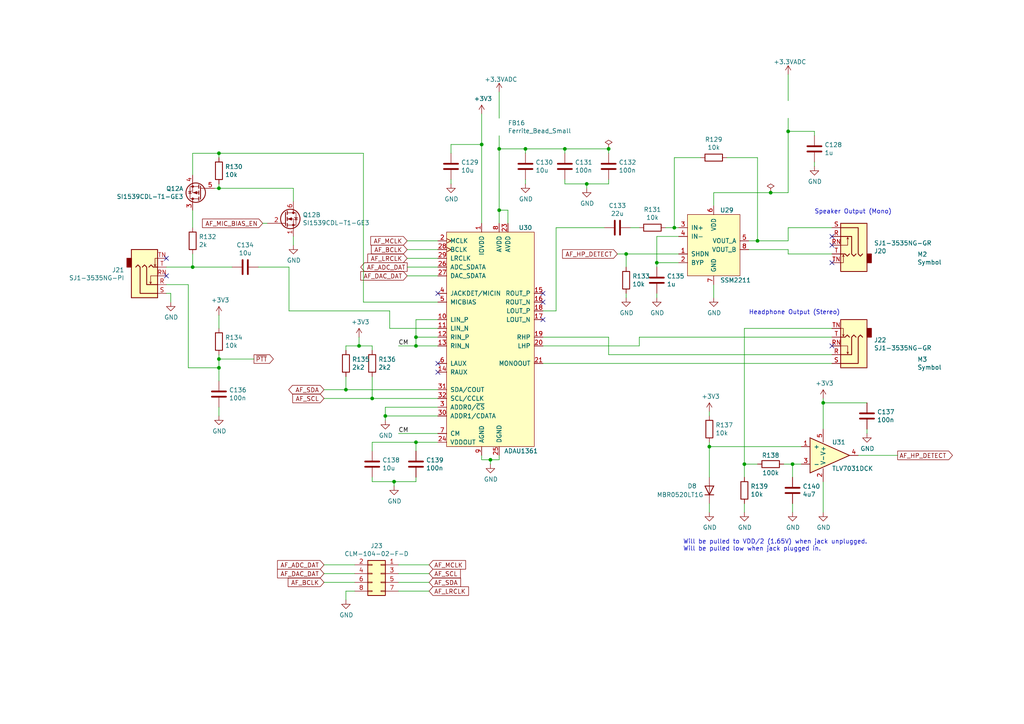
<source format=kicad_sch>
(kicad_sch (version 20210126) (generator eeschema)
  (paper "A4")
  (lib_symbols
    (symbol "Connector:AudioJack3_SwitchTR"
      (property "Reference" "J" (at 0 8.89 0))
      (property "Value" "AudioJack3_SwitchTR" (at 0 6.35 0))
      (symbol "AudioJack3_SwitchTR_0_1"
        (rectangle (start -5.08 -5.08) (end -6.35 -7.62) (stroke (width 0.254)) (fill (type outline)))
        (rectangle (start 2.54 3.81) (end -5.08 -10.16) (stroke (width 0.254)) (fill (type background)))
        (polyline (pts (xy 0.508 -0.254) (xy 0.762 -0.762)))
        (polyline (pts (xy 1.778 -5.334) (xy 2.032 -5.842)))
        (polyline (pts (xy 0 -5.08) (xy 0.635 -5.715) (xy 1.27 -5.08) (xy 2.54 -5.08)) (stroke (width 0.254)))
        (polyline (pts (xy 2.54 -7.62) (xy 1.778 -7.62) (xy 1.778 -5.334) (xy 1.524 -5.842)))
        (polyline (pts (xy 2.54 -2.54) (xy 0.508 -2.54) (xy 0.508 -0.254) (xy 0.254 -0.762)))
        (polyline (pts (xy -1.905 -5.08) (xy -1.27 -5.715) (xy -0.635 -5.08) (xy -0.635 0) (xy 2.54 0)) (stroke (width 0.254)))
        (polyline (pts (xy 2.54 2.54) (xy -2.54 2.54) (xy -2.54 -5.08) (xy -3.175 -5.715) (xy -3.81 -5.08)) (stroke (width 0.254)))
      )
      (symbol "AudioJack3_SwitchTR_1_1"
        (pin passive line (at 5.08 0 180) (length 2.54) (name "~") (number "R"))
        (pin passive line (at 5.08 -2.54 180) (length 2.54) (name "~") (number "RN"))
        (pin passive line (at 5.08 2.54 180) (length 2.54) (name "~") (number "S"))
        (pin passive line (at 5.08 -5.08 180) (length 2.54) (name "~") (number "T"))
        (pin passive line (at 5.08 -7.62 180) (length 2.54) (name "~") (number "TN"))
      )
    )
    (symbol "Connector_Generic:Conn_02x04_Odd_Even" (pin_names (offset 1.016) hide)
      (property "Reference" "J" (at 1.27 5.08 0))
      (property "Value" "Conn_02x04_Odd_Even" (at 1.27 -7.62 0))
      (symbol "Conn_02x04_Odd_Even_1_1"
        (rectangle (start -1.27 -4.953) (end 0 -5.207) (stroke (width 0.1524)))
        (rectangle (start -1.27 -2.413) (end 0 -2.667) (stroke (width 0.1524)))
        (rectangle (start -1.27 0.127) (end 0 -0.127) (stroke (width 0.1524)))
        (rectangle (start -1.27 2.667) (end 0 2.413) (stroke (width 0.1524)))
        (rectangle (start 3.81 -4.953) (end 2.54 -5.207) (stroke (width 0.1524)))
        (rectangle (start 3.81 -2.413) (end 2.54 -2.667) (stroke (width 0.1524)))
        (rectangle (start 3.81 0.127) (end 2.54 -0.127) (stroke (width 0.1524)))
        (rectangle (start 3.81 2.667) (end 2.54 2.413) (stroke (width 0.1524)))
        (rectangle (start -1.27 3.81) (end 3.81 -6.35) (stroke (width 0.254)) (fill (type background)))
        (pin passive line (at -5.08 2.54 0) (length 3.81) (name "Pin_1") (number "1"))
        (pin passive line (at 7.62 2.54 180) (length 3.81) (name "Pin_2") (number "2"))
        (pin passive line (at -5.08 0 0) (length 3.81) (name "Pin_3") (number "3"))
        (pin passive line (at 7.62 0 180) (length 3.81) (name "Pin_4") (number "4"))
        (pin passive line (at -5.08 -2.54 0) (length 3.81) (name "Pin_5") (number "5"))
        (pin passive line (at 7.62 -2.54 180) (length 3.81) (name "Pin_6") (number "6"))
        (pin passive line (at -5.08 -5.08 0) (length 3.81) (name "Pin_7") (number "7"))
        (pin passive line (at 7.62 -5.08 180) (length 3.81) (name "Pin_8") (number "8"))
      )
    )
    (symbol "Device:C" (pin_numbers hide) (pin_names (offset 0.254))
      (property "Reference" "C" (at 0.635 2.54 0))
      (property "Value" "C" (at 0.635 -2.54 0))
      (symbol "C_0_1"
        (polyline (pts (xy -2.032 -0.762) (xy 2.032 -0.762)) (stroke (width 0.508)))
        (polyline (pts (xy -2.032 0.762) (xy 2.032 0.762)) (stroke (width 0.508)))
      )
      (symbol "C_1_1"
        (pin passive line (at 0 3.81 270) (length 2.794) (name "~") (number "1"))
        (pin passive line (at 0 -3.81 90) (length 2.794) (name "~") (number "2"))
      )
    )
    (symbol "Device:D" (pin_numbers hide) (pin_names (offset 1.016) hide)
      (property "Reference" "D" (at 0 2.54 0))
      (property "Value" "D" (at 0 -2.54 0))
      (symbol "D_0_1"
        (polyline (pts (xy -1.27 1.27) (xy -1.27 -1.27)) (stroke (width 0.254)))
        (polyline (pts (xy 1.27 0) (xy -1.27 0)))
        (polyline (pts (xy 1.27 1.27) (xy 1.27 -1.27) (xy -1.27 0) (xy 1.27 1.27)) (stroke (width 0.254)))
      )
      (symbol "D_1_1"
        (pin passive line (at -3.81 0 0) (length 2.54) (name "K") (number "1"))
        (pin passive line (at 3.81 0 180) (length 2.54) (name "A") (number "2"))
      )
    )
    (symbol "Device:R" (pin_numbers hide) (pin_names (offset 0))
      (property "Reference" "R" (at 2.032 0 90))
      (property "Value" "R" (at 0 0 90))
      (symbol "R_0_1"
        (rectangle (start -1.016 -2.54) (end 1.016 2.54) (stroke (width 0.254)))
      )
      (symbol "R_1_1"
        (pin passive line (at 0 3.81 270) (length 1.27) (name "~") (number "1"))
        (pin passive line (at 0 -3.81 90) (length 1.27) (name "~") (number "2"))
      )
    )
    (symbol "FET_WUT:SI1539CDL-T1-GE3" (pin_names (offset 1.016))
      (property "Reference" "Q" (at 2.54 2.54 0))
      (property "Value" "SI1539CDL-T1-GE3" (at 11.43 -2.54 0))
      (symbol "SI1539CDL-T1-GE3_1_1"
        (circle (center -0.889 0) (radius 2.8194) (stroke (width 0.254)))
        (circle (center 0 -1.778) (radius 0.2794) (fill (type outline)))
        (circle (center 0 1.778) (radius 0.2794) (fill (type outline)))
        (polyline (pts (xy -5.08 1.27) (xy -2.286 1.27)))
        (polyline (pts (xy -1.778 -2.286) (xy -1.778 -1.27)) (stroke (width 0.254)))
        (polyline (pts (xy -1.778 -1.778) (xy 0 -1.778)))
        (polyline (pts (xy -1.778 -0.508) (xy -1.778 0.508)) (stroke (width 0.254)))
        (polyline (pts (xy -1.778 0) (xy 0 0)))
        (polyline (pts (xy -1.778 1.27) (xy -1.778 2.286)) (stroke (width 0.254)))
        (polyline (pts (xy -1.778 1.778) (xy 0 1.778)))
        (polyline (pts (xy 0 -2.54) (xy 0 -1.778)))
        (polyline (pts (xy 0 1.778) (xy 0 0)))
        (polyline (pts (xy 0 1.778) (xy 0 2.54)))
        (polyline (pts (xy -2.286 -1.905) (xy -2.286 1.905) (xy -2.286 1.905)) (stroke (width 0.254)))
        (polyline (pts (xy 0 1.778) (xy 0.762 1.778) (xy 0.762 -1.778) (xy 0 -1.778)))
        (polyline (pts (xy 0.254 0.508) (xy 0.381 0.381) (xy 1.143 0.381) (xy 1.27 0.254)))
        (polyline (pts (xy 0.762 0.381) (xy 0.381 -0.254) (xy 1.143 -0.254) (xy 0.762 0.381)))
        (polyline (pts (xy -0.254 0) (xy -1.27 0.381) (xy -1.27 -0.381) (xy -0.254 0)) (fill (type outline)))
        (pin passive line (at 0 -5.08 90) (length 2.54) (name "~") (number "3"))
        (pin passive line (at 0 5.08 270) (length 2.54) (name "~") (number "4"))
        (pin input line (at -6.35 1.27 0) (length 2.54) (name "~") (number "5"))
      )
      (symbol "SI1539CDL-T1-GE3_2_1"
        (circle (center -0.889 0) (radius 2.8194) (stroke (width 0.254)))
        (circle (center 0 -1.778) (radius 0.2794) (fill (type outline)))
        (circle (center 0 1.778) (radius 0.2794) (fill (type outline)))
        (polyline (pts (xy -1.778 -1.778) (xy 0 -1.778)))
        (polyline (pts (xy -1.778 -1.27) (xy -1.778 -2.286)) (stroke (width 0.254)))
        (polyline (pts (xy -1.778 0) (xy 0 0)))
        (polyline (pts (xy -1.778 0.508) (xy -1.778 -0.508)) (stroke (width 0.254)))
        (polyline (pts (xy -1.778 1.778) (xy 0 1.778)))
        (polyline (pts (xy -1.778 2.286) (xy -1.778 1.27)) (stroke (width 0.254)))
        (polyline (pts (xy 0 -1.778) (xy 0 -2.54)))
        (polyline (pts (xy 0 -1.778) (xy 0 0)))
        (polyline (pts (xy 0 2.54) (xy 0 1.778)))
        (polyline (pts (xy -2.286 1.905) (xy -2.286 -1.905) (xy -2.286 -1.905)) (stroke (width 0.254)))
        (polyline (pts (xy 0 -1.778) (xy 0.762 -1.778) (xy 0.762 1.778) (xy 0 1.778)))
        (polyline (pts (xy 0.254 0.508) (xy 0.381 0.381) (xy 1.143 0.381) (xy 1.27 0.254)))
        (polyline (pts (xy 0.762 0.381) (xy 0.381 -0.254) (xy 1.143 -0.254) (xy 0.762 0.381)))
        (polyline (pts (xy -1.524 0) (xy -0.508 0.381) (xy -0.508 -0.381) (xy -1.524 0)) (fill (type outline)))
        (pin passive line (at 0 -5.08 90) (length 2.54) (name "~") (number "1"))
        (pin input line (at -7.62 -1.27 0) (length 5.334) (name "~") (number "2"))
        (pin passive line (at 0 5.08 270) (length 2.54) (name "~") (number "6"))
      )
    )
    (symbol "IC_WUT:ADAU1361" (pin_names (offset 1.016))
      (property "Reference" "U" (at 7.62 29.21 0))
      (property "Value" "ADAU1361" (at 10.16 -35.56 0))
      (symbol "ADAU1361_0_1"
        (rectangle (start -12.7 27.94) (end 12.7 -34.29) (fill (type background)))
      )
      (symbol "ADAU1361_1_1"
        (pin power_in line (at -2.54 30.48 270) (length 2.54) (name "IOVDD") (number "1"))
        (pin input line (at -15.24 2.54 0) (length 2.54) (name "LIN_P") (number "10"))
        (pin input line (at -15.24 0 0) (length 2.54) (name "LIN_N") (number "11"))
        (pin input line (at -15.24 -2.54 0) (length 2.54) (name "RIN_P") (number "12"))
        (pin input line (at -15.24 -5.08 0) (length 2.54) (name "RIN_N") (number "13"))
        (pin input line (at -15.24 -12.7 0) (length 2.54) (name "RAUX") (number "14"))
        (pin output line (at 15.24 10.16 180) (length 2.54) (name "ROUT_P") (number "15"))
        (pin output line (at 15.24 7.62 180) (length 2.54) (name "ROUT_N") (number "16"))
        (pin output line (at 15.24 2.54 180) (length 2.54) (name "LOUT_N") (number "17"))
        (pin output line (at 15.24 5.08 180) (length 2.54) (name "LOUT_P") (number "18"))
        (pin output line (at 15.24 -2.54 180) (length 2.54) (name "RHP") (number "19"))
        (pin input clock (at -15.24 25.4 0) (length 2.54) (name "MCLK") (number "2"))
        (pin output line (at 15.24 -5.08 180) (length 2.54) (name "LHP") (number "20"))
        (pin output line (at 15.24 -10.16 180) (length 2.54) (name "MONOOUT") (number "21"))
        (pin power_in line (at -2.54 -36.83 90) (length 2.54) hide (name "AGND") (number "22"))
        (pin power_in line (at 5.08 30.48 270) (length 2.54) (name "AVDD") (number "23"))
        (pin passive line (at -15.24 -33.02 0) (length 2.54) (name "VDDOUT") (number "24"))
        (pin power_in line (at 2.54 -36.83 90) (length 2.54) (name "DGND") (number "25"))
        (pin bidirectional line (at -15.24 17.78 0) (length 2.54) (name "ADC_SDATA") (number "26"))
        (pin bidirectional line (at -15.24 15.24 0) (length 2.54) (name "DAC_SDATA") (number "27"))
        (pin input clock (at -15.24 22.86 0) (length 2.54) (name "BCLK") (number "28"))
        (pin input line (at -15.24 20.32 0) (length 2.54) (name "LRCLK") (number "29"))
        (pin input line (at -15.24 -22.86 0) (length 2.54) (name "ADDR0/~CS") (number "3"))
        (pin input line (at -15.24 -25.4 0) (length 2.54) (name "ADDR1/CDATA") (number "30"))
        (pin bidirectional line (at -15.24 -17.78 0) (length 2.54) (name "SDA/COUT") (number "31"))
        (pin input line (at -15.24 -20.32 0) (length 2.54) (name "SCL/CCLK") (number "32"))
        (pin power_in line (at -2.54 -36.83 90) (length 2.54) hide (name "AGND") (number "33"))
        (pin input line (at -15.24 10.16 0) (length 2.54) (name "JACKDET/MICIN") (number "4"))
        (pin output line (at -15.24 7.62 0) (length 2.54) (name "MICBIAS") (number "5"))
        (pin input line (at -15.24 -10.16 0) (length 2.54) (name "LAUX") (number "6"))
        (pin output line (at -15.24 -30.48 0) (length 2.54) (name "CM") (number "7"))
        (pin power_in line (at 2.54 30.48 270) (length 2.54) (name "AVDD") (number "8"))
        (pin power_in line (at -2.54 -36.83 90) (length 2.54) (name "AGND") (number "9"))
      )
    )
    (symbol "IC_WUT:SSM2211" (pin_names (offset 1.016))
      (property "Reference" "U" (at 3.81 10.16 0))
      (property "Value" "SSM2211" (at 5.08 -10.16 0))
      (symbol "SSM2211_0_1"
        (rectangle (start -7.62 8.89) (end 7.62 -8.89) (fill (type background)))
      )
      (symbol "SSM2211_1_1"
        (pin input line (at -10.16 -2.54 0) (length 2.54) (name "SHDN") (number "1"))
        (pin passive line (at -10.16 -5.08 0) (length 2.54) (name "BYP") (number "2"))
        (pin input line (at -10.16 5.08 0) (length 2.54) (name "IN+") (number "3"))
        (pin input line (at -10.16 2.54 0) (length 2.54) (name "IN-") (number "4"))
        (pin output line (at 10.16 1.27 180) (length 2.54) (name "VOUT_A") (number "5"))
        (pin power_in line (at 0 11.43 270) (length 2.54) (name "VDD") (number "6"))
        (pin power_in line (at 0 -11.43 90) (length 2.54) (name "GND") (number "7"))
        (pin output line (at 10.16 -1.27 180) (length 2.54) (name "VOUT_B") (number "8"))
        (pin power_in line (at 0 -11.43 90) (length 2.54) hide (name "GND") (number "9"))
      )
    )
    (symbol "IC_WUT:TLV7031DCK" (pin_names (offset 1.016))
      (property "Reference" "U" (at 5.08 3.81 0))
      (property "Value" "TLV7031DCK" (at 8.89 -3.81 0))
      (symbol "TLV7031DCK_1_1"
        (polyline (pts (xy -3.81 5.08) (xy 7.62 0) (xy -3.81 -5.08) (xy -3.81 1.27) (xy -3.81 5.08)) (stroke (width 0.254)) (fill (type background)))
        (pin input line (at -6.35 2.54 0) (length 2.54) (name "+") (number "1"))
        (pin input line (at 0 -7.62 90) (length 3.81) (name "V-") (number "2"))
        (pin input line (at -6.35 -2.54 0) (length 2.54) (name "-") (number "3"))
        (pin output line (at 10.16 0 180) (length 2.54) (name "~") (number "4"))
        (pin input line (at 0 7.62 270) (length 3.81) (name "V+") (number "5"))
      )
    )
    (symbol "Misc_WUT:Symbol" (pin_names (offset 1.016))
      (property "Reference" "M" (at 0 2.54 0))
      (property "Value" "Symbol" (at 0 0 0))
    )
    (symbol "power:+3.3V" (power) (pin_names (offset 0))
      (property "Value" "+3.3V" (at 0 3.556 0))
      (symbol "+3.3V_0_1"
        (polyline (pts (xy -0.762 1.27) (xy 0 2.54)))
        (polyline (pts (xy 0 0) (xy 0 2.54)))
        (polyline (pts (xy 0 2.54) (xy 0.762 1.27)))
      )
      (symbol "+3.3V_1_1"
        (pin power_in line (at 0 0 90) (length 0) hide (name "+3V3") (number "1"))
      )
    )
    (symbol "power:+3.3VADC" (power) (pin_names (offset 0))
      (property "Value" "+3.3VADC" (at 0 2.54 0))
      (symbol "+3.3VADC_0_0"
        (pin power_in line (at 0 0 90) (length 0) hide (name "+3.3VADC") (number "1"))
      )
      (symbol "+3.3VADC_0_1"
        (polyline (pts (xy -0.762 1.27) (xy 0 2.54)))
        (polyline (pts (xy 0 0) (xy 0 2.54)))
        (polyline (pts (xy 0 2.54) (xy 0.762 1.27)))
      )
    )
    (symbol "power:GND" (power) (pin_names (offset 0))
      (property "Value" "GND" (at 0 -3.81 0))
      (symbol "GND_0_1"
        (polyline (pts (xy 0 0) (xy 0 -1.27) (xy 1.27 -1.27) (xy 0 -2.54) (xy -1.27 -1.27) (xy 0 -1.27)))
      )
      (symbol "GND_1_1"
        (pin power_in line (at 0 0 270) (length 0) hide (name "GND") (number "1"))
      )
    )
    (symbol "power:PWR_FLAG" (power) (pin_numbers hide) (pin_names (offset 0) hide)
      (property "Value" "PWR_FLAG" (at 0 3.81 0))
      (symbol "PWR_FLAG_0_0"
        (pin power_out line (at 0 0 90) (length 0) (name "pwr") (number "1"))
      )
      (symbol "PWR_FLAG_0_1"
        (polyline (pts (xy 0 0) (xy 0 1.27) (xy -1.016 1.905) (xy 0 2.54) (xy 1.016 1.905) (xy 0 1.27)))
      )
    )
  )
  (junction (at 55.88 77.47) (diameter 0.9144))
  (junction (at 63.5 44.45) (diameter 0.9144))
  (junction (at 63.5 54.61) (diameter 0.9144))
  (junction (at 63.5 104.14) (diameter 0.9144))
  (junction (at 63.5 106.68) (diameter 0.9144))
  (junction (at 100.33 113.03) (diameter 0.9144))
  (junction (at 104.14 100.33) (diameter 0.9144))
  (junction (at 107.95 115.57) (diameter 0.9144))
  (junction (at 111.76 120.65) (diameter 0.9144))
  (junction (at 114.3 139.7) (diameter 0.9144))
  (junction (at 120.65 97.79) (diameter 0.9144))
  (junction (at 120.65 100.33) (diameter 0.9144))
  (junction (at 120.65 128.27) (diameter 0.9144))
  (junction (at 139.7 41.91) (diameter 0.9144))
  (junction (at 142.24 133.35) (diameter 0.9144))
  (junction (at 144.78 43.18) (diameter 0.9144))
  (junction (at 144.78 60.96) (diameter 0.9144))
  (junction (at 152.4 43.18) (diameter 0.9144))
  (junction (at 163.83 43.18) (diameter 0.9144))
  (junction (at 170.18 53.34) (diameter 0.9144))
  (junction (at 176.53 43.18) (diameter 0.9144))
  (junction (at 181.61 73.66) (diameter 0.9144))
  (junction (at 190.5 76.2) (diameter 0.9144))
  (junction (at 195.58 66.04) (diameter 0.9144))
  (junction (at 205.74 129.54) (diameter 0.9144))
  (junction (at 215.9 134.62) (diameter 0.9144))
  (junction (at 219.71 69.85) (diameter 0.9144))
  (junction (at 223.52 55.88) (diameter 0.9144))
  (junction (at 228.6 38.1) (diameter 0.9144))
  (junction (at 229.87 134.62) (diameter 0.9144))
  (junction (at 238.76 116.84) (diameter 0.9144))
  (no_connect (at 48.26 74.93))
  (no_connect (at 48.26 80.01))
  (no_connect (at 127 85.09))
  (no_connect (at 127 105.41))
  (no_connect (at 127 107.95))
  (no_connect (at 157.48 85.09))
  (no_connect (at 157.48 87.63))
  (no_connect (at 157.48 92.71))
  (no_connect (at 241.3 68.58))
  (no_connect (at 241.3 71.12))
  (no_connect (at 241.3 76.2))
  (no_connect (at 241.3 100.33))
  (wire (pts (xy 48.26 77.47) (xy 55.88 77.47)))
  (wire (pts (xy 48.26 82.55) (xy 54.61 82.55)))
  (wire (pts (xy 48.26 85.09) (xy 49.53 85.09)))
  (wire (pts (xy 49.53 85.09) (xy 49.53 87.63)))
  (wire (pts (xy 54.61 82.55) (xy 54.61 106.68)))
  (wire (pts (xy 54.61 106.68) (xy 63.5 106.68)))
  (wire (pts (xy 55.88 44.45) (xy 55.88 50.8)))
  (wire (pts (xy 55.88 60.96) (xy 55.88 66.04)))
  (wire (pts (xy 55.88 73.66) (xy 55.88 77.47)))
  (wire (pts (xy 55.88 77.47) (xy 67.31 77.47)))
  (wire (pts (xy 62.23 54.61) (xy 63.5 54.61)))
  (wire (pts (xy 63.5 44.45) (xy 55.88 44.45)))
  (wire (pts (xy 63.5 44.45) (xy 105.41 44.45)))
  (wire (pts (xy 63.5 45.72) (xy 63.5 44.45)))
  (wire (pts (xy 63.5 53.34) (xy 63.5 54.61)))
  (wire (pts (xy 63.5 54.61) (xy 85.09 54.61)))
  (wire (pts (xy 63.5 91.44) (xy 63.5 95.25)))
  (wire (pts (xy 63.5 104.14) (xy 63.5 102.87)))
  (wire (pts (xy 63.5 104.14) (xy 73.66 104.14)))
  (wire (pts (xy 63.5 106.68) (xy 63.5 104.14)))
  (wire (pts (xy 63.5 110.49) (xy 63.5 106.68)))
  (wire (pts (xy 63.5 120.65) (xy 63.5 118.11)))
  (wire (pts (xy 74.93 77.47) (xy 83.82 77.47)))
  (wire (pts (xy 76.2 64.77) (xy 77.47 64.77)))
  (wire (pts (xy 83.82 90.17) (xy 83.82 77.47)))
  (wire (pts (xy 85.09 54.61) (xy 85.09 58.42)))
  (wire (pts (xy 85.09 71.12) (xy 85.09 68.58)))
  (wire (pts (xy 100.33 100.33) (xy 100.33 101.6)))
  (wire (pts (xy 100.33 100.33) (xy 104.14 100.33)))
  (wire (pts (xy 100.33 109.22) (xy 100.33 113.03)))
  (wire (pts (xy 100.33 113.03) (xy 93.98 113.03)))
  (wire (pts (xy 100.33 113.03) (xy 127 113.03)))
  (wire (pts (xy 100.33 171.45) (xy 100.33 173.99)))
  (wire (pts (xy 102.87 163.83) (xy 93.98 163.83)))
  (wire (pts (xy 102.87 166.37) (xy 93.98 166.37)))
  (wire (pts (xy 102.87 168.91) (xy 93.98 168.91)))
  (wire (pts (xy 102.87 171.45) (xy 100.33 171.45)))
  (wire (pts (xy 104.14 97.79) (xy 104.14 100.33)))
  (wire (pts (xy 104.14 100.33) (xy 107.95 100.33)))
  (wire (pts (xy 105.41 87.63) (xy 105.41 44.45)))
  (wire (pts (xy 105.41 87.63) (xy 127 87.63)))
  (wire (pts (xy 107.95 100.33) (xy 107.95 101.6)))
  (wire (pts (xy 107.95 109.22) (xy 107.95 115.57)))
  (wire (pts (xy 107.95 115.57) (xy 93.98 115.57)))
  (wire (pts (xy 107.95 115.57) (xy 127 115.57)))
  (wire (pts (xy 107.95 128.27) (xy 107.95 130.81)))
  (wire (pts (xy 107.95 138.43) (xy 107.95 139.7)))
  (wire (pts (xy 107.95 139.7) (xy 114.3 139.7)))
  (wire (pts (xy 111.76 118.11) (xy 111.76 120.65)))
  (wire (pts (xy 111.76 120.65) (xy 111.76 121.92)))
  (wire (pts (xy 113.03 90.17) (xy 83.82 90.17)))
  (wire (pts (xy 113.03 95.25) (xy 113.03 90.17)))
  (wire (pts (xy 114.3 139.7) (xy 120.65 139.7)))
  (wire (pts (xy 114.3 140.97) (xy 114.3 139.7)))
  (wire (pts (xy 115.57 125.73) (xy 127 125.73)))
  (wire (pts (xy 115.57 163.83) (xy 124.46 163.83)))
  (wire (pts (xy 115.57 166.37) (xy 124.46 166.37)))
  (wire (pts (xy 115.57 168.91) (xy 124.46 168.91)))
  (wire (pts (xy 115.57 171.45) (xy 124.46 171.45)))
  (wire (pts (xy 118.11 69.85) (xy 127 69.85)))
  (wire (pts (xy 118.11 72.39) (xy 127 72.39)))
  (wire (pts (xy 118.11 74.93) (xy 127 74.93)))
  (wire (pts (xy 118.11 77.47) (xy 127 77.47)))
  (wire (pts (xy 118.11 80.01) (xy 127 80.01)))
  (wire (pts (xy 120.65 92.71) (xy 120.65 97.79)))
  (wire (pts (xy 120.65 97.79) (xy 120.65 100.33)))
  (wire (pts (xy 120.65 100.33) (xy 115.57 100.33)))
  (wire (pts (xy 120.65 100.33) (xy 127 100.33)))
  (wire (pts (xy 120.65 128.27) (xy 107.95 128.27)))
  (wire (pts (xy 120.65 130.81) (xy 120.65 128.27)))
  (wire (pts (xy 120.65 139.7) (xy 120.65 138.43)))
  (wire (pts (xy 127 92.71) (xy 120.65 92.71)))
  (wire (pts (xy 127 95.25) (xy 113.03 95.25)))
  (wire (pts (xy 127 97.79) (xy 120.65 97.79)))
  (wire (pts (xy 127 118.11) (xy 111.76 118.11)))
  (wire (pts (xy 127 120.65) (xy 111.76 120.65)))
  (wire (pts (xy 127 128.27) (xy 120.65 128.27)))
  (wire (pts (xy 130.81 41.91) (xy 130.81 44.45)))
  (wire (pts (xy 130.81 41.91) (xy 139.7 41.91)))
  (wire (pts (xy 130.81 53.34) (xy 130.81 52.07)))
  (wire (pts (xy 139.7 33.02) (xy 139.7 41.91)))
  (wire (pts (xy 139.7 64.77) (xy 139.7 41.91)))
  (wire (pts (xy 139.7 132.08) (xy 139.7 133.35)))
  (wire (pts (xy 139.7 133.35) (xy 142.24 133.35)))
  (wire (pts (xy 142.24 133.35) (xy 144.78 133.35)))
  (wire (pts (xy 142.24 134.62) (xy 142.24 133.35)))
  (wire (pts (xy 144.78 26.67) (xy 144.78 34.29)))
  (wire (pts (xy 144.78 39.37) (xy 144.78 43.18)))
  (wire (pts (xy 144.78 43.18) (xy 144.78 60.96)))
  (wire (pts (xy 144.78 43.18) (xy 152.4 43.18)))
  (wire (pts (xy 144.78 60.96) (xy 144.78 64.77)))
  (wire (pts (xy 144.78 133.35) (xy 144.78 132.08)))
  (wire (pts (xy 147.32 60.96) (xy 144.78 60.96)))
  (wire (pts (xy 147.32 64.77) (xy 147.32 60.96)))
  (wire (pts (xy 152.4 43.18) (xy 152.4 44.45)))
  (wire (pts (xy 152.4 43.18) (xy 163.83 43.18)))
  (wire (pts (xy 152.4 52.07) (xy 152.4 53.34)))
  (wire (pts (xy 157.48 90.17) (xy 161.29 90.17)))
  (wire (pts (xy 157.48 97.79) (xy 176.53 97.79)))
  (wire (pts (xy 157.48 100.33) (xy 185.42 100.33)))
  (wire (pts (xy 157.48 105.41) (xy 241.3 105.41)))
  (wire (pts (xy 161.29 66.04) (xy 161.29 90.17)))
  (wire (pts (xy 161.29 66.04) (xy 175.26 66.04)))
  (wire (pts (xy 163.83 43.18) (xy 176.53 43.18)))
  (wire (pts (xy 163.83 44.45) (xy 163.83 43.18)))
  (wire (pts (xy 163.83 52.07) (xy 163.83 53.34)))
  (wire (pts (xy 163.83 53.34) (xy 170.18 53.34)))
  (wire (pts (xy 170.18 53.34) (xy 176.53 53.34)))
  (wire (pts (xy 170.18 54.61) (xy 170.18 53.34)))
  (wire (pts (xy 176.53 43.18) (xy 176.53 44.45)))
  (wire (pts (xy 176.53 53.34) (xy 176.53 52.07)))
  (wire (pts (xy 176.53 97.79) (xy 176.53 102.87)))
  (wire (pts (xy 176.53 102.87) (xy 241.3 102.87)))
  (wire (pts (xy 179.07 73.66) (xy 181.61 73.66)))
  (wire (pts (xy 181.61 73.66) (xy 181.61 77.47)))
  (wire (pts (xy 181.61 73.66) (xy 196.85 73.66)))
  (wire (pts (xy 181.61 86.36) (xy 181.61 85.09)))
  (wire (pts (xy 182.88 66.04) (xy 185.42 66.04)))
  (wire (pts (xy 185.42 97.79) (xy 185.42 100.33)))
  (wire (pts (xy 185.42 97.79) (xy 241.3 97.79)))
  (wire (pts (xy 190.5 68.58) (xy 190.5 76.2)))
  (wire (pts (xy 190.5 68.58) (xy 196.85 68.58)))
  (wire (pts (xy 190.5 76.2) (xy 190.5 77.47)))
  (wire (pts (xy 190.5 76.2) (xy 196.85 76.2)))
  (wire (pts (xy 190.5 86.36) (xy 190.5 85.09)))
  (wire (pts (xy 193.04 66.04) (xy 195.58 66.04)))
  (wire (pts (xy 195.58 45.72) (xy 195.58 66.04)))
  (wire (pts (xy 195.58 66.04) (xy 196.85 66.04)))
  (wire (pts (xy 203.2 45.72) (xy 195.58 45.72)))
  (wire (pts (xy 205.74 119.38) (xy 205.74 120.65)))
  (wire (pts (xy 205.74 129.54) (xy 205.74 128.27)))
  (wire (pts (xy 205.74 129.54) (xy 205.74 138.43)))
  (wire (pts (xy 205.74 148.59) (xy 205.74 146.05)))
  (wire (pts (xy 207.01 55.88) (xy 223.52 55.88)))
  (wire (pts (xy 207.01 59.69) (xy 207.01 55.88)))
  (wire (pts (xy 207.01 86.36) (xy 207.01 82.55)))
  (wire (pts (xy 210.82 45.72) (xy 219.71 45.72)))
  (wire (pts (xy 215.9 95.25) (xy 241.3 95.25)))
  (wire (pts (xy 215.9 134.62) (xy 215.9 95.25)))
  (wire (pts (xy 215.9 134.62) (xy 215.9 138.43)))
  (wire (pts (xy 215.9 148.59) (xy 215.9 146.05)))
  (wire (pts (xy 217.17 72.39) (xy 228.6 72.39)))
  (wire (pts (xy 219.71 45.72) (xy 219.71 69.85)))
  (wire (pts (xy 219.71 69.85) (xy 217.17 69.85)))
  (wire (pts (xy 219.71 134.62) (xy 215.9 134.62)))
  (wire (pts (xy 223.52 55.88) (xy 228.6 55.88)))
  (wire (pts (xy 227.33 134.62) (xy 229.87 134.62)))
  (wire (pts (xy 228.6 21.59) (xy 228.6 29.21)))
  (wire (pts (xy 228.6 34.29) (xy 228.6 38.1)))
  (wire (pts (xy 228.6 38.1) (xy 236.22 38.1)))
  (wire (pts (xy 228.6 55.88) (xy 228.6 38.1)))
  (wire (pts (xy 228.6 66.04) (xy 228.6 69.85)))
  (wire (pts (xy 228.6 69.85) (xy 219.71 69.85)))
  (wire (pts (xy 228.6 72.39) (xy 228.6 73.66)))
  (wire (pts (xy 228.6 73.66) (xy 241.3 73.66)))
  (wire (pts (xy 229.87 134.62) (xy 232.41 134.62)))
  (wire (pts (xy 229.87 138.43) (xy 229.87 134.62)))
  (wire (pts (xy 229.87 148.59) (xy 229.87 146.05)))
  (wire (pts (xy 232.41 129.54) (xy 205.74 129.54)))
  (wire (pts (xy 236.22 38.1) (xy 236.22 39.37)))
  (wire (pts (xy 236.22 46.99) (xy 236.22 48.26)))
  (wire (pts (xy 238.76 115.57) (xy 238.76 116.84)))
  (wire (pts (xy 238.76 116.84) (xy 238.76 124.46)))
  (wire (pts (xy 238.76 148.59) (xy 238.76 139.7)))
  (wire (pts (xy 241.3 66.04) (xy 228.6 66.04)))
  (wire (pts (xy 251.46 116.84) (xy 238.76 116.84)))
  (wire (pts (xy 251.46 125.73) (xy 251.46 124.46)))
  (wire (pts (xy 260.35 132.08) (xy 248.92 132.08)))
  (text "Will be pulled to VDD/2 (1.65V) when jack unplugged.\nWill be pulled low when jack plugged in.\n" (at 198.12 160.02 0) (effects (font (size 1.27 1.27)) (justify left bottom)))
  (text "Headphone Output (Stereo)" (at 217.17 91.44 0) (effects (font (size 1.27 1.27)) (justify left bottom)))
  (text "Speaker Output (Mono)" (at 236.22 62.23 0) (effects (font (size 1.27 1.27)) (justify left bottom)))
  (label "CM" (at 115.57 100.33 0))
  (label "CM" (at 115.57 125.73 0))
  (global_label "~PTT" (shape output) (at 73.66 104.14 0) (property "Intersheet References" "${INTERSHEET_REFS}" (effects hide)))
  (global_label "AF_MIC_BIAS_EN" (shape input) (at 76.2 64.77 180) (property "Intersheet References" "${INTERSHEET_REFS}" (effects hide)))
  (global_label "AF_SDA" (shape bidirectional) (at 93.98 113.03 180) (property "Intersheet References" "${INTERSHEET_REFS}" (effects hide)))
  (global_label "AF_SCL" (shape input) (at 93.98 115.57 180) (property "Intersheet References" "${INTERSHEET_REFS}" (effects hide)))
  (global_label "AF_ADC_DAT" (shape input) (at 93.98 163.83 180) (property "Intersheet References" "${INTERSHEET_REFS}" (effects hide)))
  (global_label "AF_DAC_DAT" (shape input) (at 93.98 166.37 180) (property "Intersheet References" "${INTERSHEET_REFS}" (effects hide)))
  (global_label "AF_BCLK" (shape input) (at 93.98 168.91 180) (property "Intersheet References" "${INTERSHEET_REFS}" (effects hide)))
  (global_label "AF_MCLK" (shape input) (at 118.11 69.85 180) (property "Intersheet References" "${INTERSHEET_REFS}" (effects hide)))
  (global_label "AF_BCLK" (shape input) (at 118.11 72.39 180) (property "Intersheet References" "${INTERSHEET_REFS}" (effects hide)))
  (global_label "AF_LRCLK" (shape input) (at 118.11 74.93 180) (property "Intersheet References" "${INTERSHEET_REFS}" (effects hide)))
  (global_label "AF_ADC_DAT" (shape output) (at 118.11 77.47 180) (property "Intersheet References" "${INTERSHEET_REFS}" (effects hide)))
  (global_label "AF_DAC_DAT" (shape input) (at 118.11 80.01 180) (property "Intersheet References" "${INTERSHEET_REFS}" (effects hide)))
  (global_label "AF_MCLK" (shape input) (at 124.46 163.83 0) (property "Intersheet References" "${INTERSHEET_REFS}" (effects hide)))
  (global_label "AF_SCL" (shape input) (at 124.46 166.37 0) (property "Intersheet References" "${INTERSHEET_REFS}" (effects hide)))
  (global_label "AF_SDA" (shape input) (at 124.46 168.91 0) (property "Intersheet References" "${INTERSHEET_REFS}" (effects hide)))
  (global_label "AF_LRCLK" (shape input) (at 124.46 171.45 0) (property "Intersheet References" "${INTERSHEET_REFS}" (effects hide)))
  (global_label "AF_HP_DETECT" (shape input) (at 179.07 73.66 180) (property "Intersheet References" "${INTERSHEET_REFS}" (effects hide)))
  (global_label "AF_HP_DETECT" (shape output) (at 260.35 132.08 0) (property "Intersheet References" "${INTERSHEET_REFS}" (effects hide)))
  (symbol (lib_id "Misc_WUT:Symbol") (at 265.43 74.93 0) (unit 1)
    (property "Reference" "M2" (at 266.065 73.7616 0) (effects (justify left)))
    (property "Value" "Symbol" (at 266.065 76.073 0) (effects (justify left)))
    (property "Footprint" "Misc_WUT:Icon_Speaker_6.5x6.5mm" (effects hide))
  )
  (symbol (lib_id "Misc_WUT:Symbol") (at 265.43 105.41 0) (unit 1)
    (property "Reference" "M3" (at 266.065 104.2416 0) (effects (justify left)))
    (property "Value" "Symbol" (at 266.065 106.553 0) (effects (justify left)))
    (property "Footprint" "Misc_WUT:Icon_Headphone_6.5x6.5mm" (effects hide))
  )
  (symbol (lib_id "power:+3.3V") (at 63.5 91.44 0) (unit 1)
    (property "Reference" "#PWR0248" (effects hide))
    (property "Value" "+3.3V" (at 63.881 87.0458 0))
  )
  (symbol (lib_id "power:+3.3V") (at 104.14 97.79 0) (unit 1)
    (property "Reference" "#PWR0249" (effects hide))
    (property "Value" "+3.3V" (at 104.521 93.3958 0))
  )
  (symbol (lib_id "power:+3.3V") (at 139.7 33.02 0) (unit 1)
    (property "Reference" "#PWR0238" (effects hide))
    (property "Value" "+3.3V" (at 140.081 28.6258 0))
  )
  (symbol (lib_id "power:+3.3VADC") (at 144.78 26.67 0) (unit 1)
    (property "Reference" "#PWR0237" (effects hide))
    (property "Value" "+3.3VADC" (at 145.288 23.0378 0))
  )
  (symbol (lib_id "power:+3.3V") (at 205.74 119.38 0) (unit 1)
    (property "Reference" "#PWR0251" (effects hide))
    (property "Value" "+3.3V" (at 206.121 114.9858 0))
  )
  (symbol (lib_id "power:+3.3VADC") (at 228.6 21.59 0) (unit 1)
    (property "Reference" "#PWR0236" (effects hide))
    (property "Value" "+3.3VADC" (at 229.108 17.9578 0))
  )
  (symbol (lib_id "power:+3.3V") (at 238.76 115.57 0) (unit 1)
    (property "Reference" "#PWR0250" (effects hide))
    (property "Value" "+3.3V" (at 239.141 111.1758 0))
  )
  (symbol (lib_id "power:PWR_FLAG") (at 176.53 43.18 0) (unit 1)
    (property "Reference" "#FLG032" (effects hide))
    (property "Value" "PWR_FLAG" (effects hide))
  )
  (symbol (lib_id "power:PWR_FLAG") (at 223.52 55.88 0) (unit 1)
    (property "Reference" "#FLG033" (effects hide))
    (property "Value" "PWR_FLAG" (effects hide))
  )
  (symbol (lib_id "power:GND") (at 49.53 87.63 0) (unit 1)
    (property "Reference" "#PWR0247" (effects hide))
    (property "Value" "GND" (at 49.657 92.0242 0))
  )
  (symbol (lib_id "power:GND") (at 63.5 120.65 0) (unit 1)
    (property "Reference" "#PWR0252" (effects hide))
    (property "Value" "GND" (at 63.627 125.0442 0))
  )
  (symbol (lib_id "power:GND") (at 85.09 71.12 0) (unit 1)
    (property "Reference" "#PWR0243" (effects hide))
    (property "Value" "GND" (at 85.217 75.5142 0))
  )
  (symbol (lib_id "power:GND") (at 100.33 173.99 0) (unit 1)
    (property "Reference" "#PWR0261" (effects hide))
    (property "Value" "GND" (at 100.457 178.3842 0))
  )
  (symbol (lib_id "power:GND") (at 111.76 121.92 0) (unit 1)
    (property "Reference" "#PWR0253" (effects hide))
    (property "Value" "GND" (at 111.887 126.3142 0))
  )
  (symbol (lib_id "power:GND") (at 114.3 140.97 0) (unit 1)
    (property "Reference" "#PWR0256" (effects hide))
    (property "Value" "GND" (at 114.427 145.3642 0))
  )
  (symbol (lib_id "power:GND") (at 130.81 53.34 0) (unit 1)
    (property "Reference" "#PWR0240" (effects hide))
    (property "Value" "GND" (at 130.937 57.7342 0))
  )
  (symbol (lib_id "power:GND") (at 142.24 134.62 0) (unit 1)
    (property "Reference" "#PWR0255" (effects hide))
    (property "Value" "GND" (at 142.367 139.0142 0))
  )
  (symbol (lib_id "power:GND") (at 152.4 53.34 0) (unit 1)
    (property "Reference" "#PWR0241" (effects hide))
    (property "Value" "GND" (at 152.527 57.7342 0))
  )
  (symbol (lib_id "power:GND") (at 170.18 54.61 0) (unit 1)
    (property "Reference" "#PWR0242" (effects hide))
    (property "Value" "GND" (at 170.307 59.0042 0))
  )
  (symbol (lib_id "power:GND") (at 181.61 86.36 0) (unit 1)
    (property "Reference" "#PWR0244" (effects hide))
    (property "Value" "GND" (at 181.737 90.7542 0))
  )
  (symbol (lib_id "power:GND") (at 190.5 86.36 0) (unit 1)
    (property "Reference" "#PWR0245" (effects hide))
    (property "Value" "GND" (at 190.627 90.7542 0))
  )
  (symbol (lib_id "power:GND") (at 205.74 148.59 0) (unit 1)
    (property "Reference" "#PWR0257" (effects hide))
    (property "Value" "GND" (at 205.867 152.9842 0))
  )
  (symbol (lib_id "power:GND") (at 207.01 86.36 0) (unit 1)
    (property "Reference" "#PWR0246" (effects hide))
    (property "Value" "GND" (at 207.137 90.7542 0))
  )
  (symbol (lib_id "power:GND") (at 215.9 148.59 0) (unit 1)
    (property "Reference" "#PWR0258" (effects hide))
    (property "Value" "GND" (at 216.027 152.9842 0))
  )
  (symbol (lib_id "power:GND") (at 229.87 148.59 0) (unit 1)
    (property "Reference" "#PWR0259" (effects hide))
    (property "Value" "GND" (at 229.997 152.9842 0))
  )
  (symbol (lib_id "power:GND") (at 236.22 48.26 0) (unit 1)
    (property "Reference" "#PWR0239" (effects hide))
    (property "Value" "GND" (at 236.347 52.6542 0))
  )
  (symbol (lib_id "power:GND") (at 238.76 148.59 0) (unit 1)
    (property "Reference" "#PWR0260" (effects hide))
    (property "Value" "GND" (at 238.887 152.9842 0))
  )
  (symbol (lib_id "power:GND") (at 251.46 125.73 0) (unit 1)
    (property "Reference" "#PWR0254" (effects hide))
    (property "Value" "GND" (at 251.587 130.1242 0))
  )
  (symbol (lib_id "Device:R") (at 55.88 69.85 0) (unit 1)
    (property "Reference" "R132" (at 57.658 68.6816 0) (effects (justify left)))
    (property "Value" "2k" (at 57.658 70.993 0) (effects (justify left)))
    (property "Footprint" "Resistor_SMD:R_0603_1608Metric" (effects hide))
  )
  (symbol (lib_id "Device:R") (at 63.5 49.53 0) (unit 1)
    (property "Reference" "R130" (at 65.278 48.3616 0) (effects (justify left)))
    (property "Value" "10k" (at 65.278 50.673 0) (effects (justify left)))
    (property "Footprint" "Resistor_SMD:R_0603_1608Metric" (effects hide))
  )
  (symbol (lib_id "Device:R") (at 63.5 99.06 0) (unit 1)
    (property "Reference" "R134" (at 65.278 97.8916 0) (effects (justify left)))
    (property "Value" "10k" (at 65.278 100.203 0) (effects (justify left)))
    (property "Footprint" "Resistor_SMD:R_0603_1608Metric" (effects hide))
  )
  (symbol (lib_id "Device:R") (at 100.33 105.41 0) (unit 1)
    (property "Reference" "R135" (at 102.108 104.2416 0) (effects (justify left)))
    (property "Value" "2k2" (at 102.108 106.553 0) (effects (justify left)))
    (property "Footprint" "Resistor_SMD:R_0603_1608Metric" (effects hide))
  )
  (symbol (lib_id "Device:R") (at 107.95 105.41 0) (unit 1)
    (property "Reference" "R136" (at 109.728 104.2416 0) (effects (justify left)))
    (property "Value" "2k2" (at 109.728 106.553 0) (effects (justify left)))
    (property "Footprint" "Resistor_SMD:R_0603_1608Metric" (effects hide))
  )
  (symbol (lib_id "Device:R") (at 181.61 81.28 0) (unit 1)
    (property "Reference" "R133" (at 183.388 80.1116 0) (effects (justify left)))
    (property "Value" "10k" (at 183.388 82.423 0) (effects (justify left)))
    (property "Footprint" "Resistor_SMD:R_0603_1608Metric" (effects hide))
  )
  (symbol (lib_id "Device:R") (at 189.23 66.04 270) (unit 1)
    (property "Reference" "R131" (at 189.23 60.7822 90))
    (property "Value" "10k" (at 189.23 63.0936 90))
    (property "Footprint" "Resistor_SMD:R_0603_1608Metric" (effects hide))
  )
  (symbol (lib_id "Device:R") (at 205.74 124.46 0) (unit 1)
    (property "Reference" "R137" (at 207.518 123.2916 0) (effects (justify left)))
    (property "Value" "10k" (at 207.518 125.603 0) (effects (justify left)))
    (property "Footprint" "Resistor_SMD:R_0603_1608Metric" (effects hide))
  )
  (symbol (lib_id "Device:R") (at 207.01 45.72 270) (unit 1)
    (property "Reference" "R129" (at 207.01 40.4622 90))
    (property "Value" "10k" (at 207.01 42.7736 90))
    (property "Footprint" "Resistor_SMD:R_0603_1608Metric" (effects hide))
  )
  (symbol (lib_id "Device:R") (at 215.9 142.24 0) (unit 1)
    (property "Reference" "R139" (at 217.678 141.0716 0) (effects (justify left)))
    (property "Value" "10k" (at 217.678 143.383 0) (effects (justify left)))
    (property "Footprint" "Resistor_SMD:R_0603_1608Metric" (effects hide))
  )
  (symbol (lib_id "Device:R") (at 223.52 134.62 270) (unit 1)
    (property "Reference" "R138" (at 223.52 132.08 90))
    (property "Value" "100k" (at 223.52 137.16 90))
    (property "Footprint" "Resistor_SMD:R_0603_1608Metric" (effects hide))
  )
  (symbol (lib_id "Device:D") (at 205.74 142.24 270) (mirror x) (unit 1)
    (property "Reference" "D8" (at 199.39 140.97 90) (effects (justify left)))
    (property "Value" "MBR0520LT1G" (at 190.5 143.51 90) (effects (justify left)))
    (property "Footprint" "Diode_SMD:D_SOD-123" (effects hide))
  )
  (symbol (lib_id "Device:C") (at 63.5 114.3 0) (unit 1)
    (property "Reference" "C136" (at 66.421 113.1316 0) (effects (justify left)))
    (property "Value" "100n" (at 66.421 115.443 0) (effects (justify left)))
    (property "Footprint" "Capacitor_SMD:C_0603_1608Metric" (effects hide))
  )
  (symbol (lib_id "Device:C") (at 71.12 77.47 270) (unit 1)
    (property "Reference" "C134" (at 71.12 71.0692 90))
    (property "Value" "10u" (at 71.12 73.3806 90))
    (property "Footprint" "Capacitor_SMD:C_0603_1608Metric" (effects hide))
  )
  (symbol (lib_id "Device:C") (at 107.95 134.62 0) (unit 1)
    (property "Reference" "C138" (at 110.871 133.4516 0) (effects (justify left)))
    (property "Value" "10u" (at 110.871 135.763 0) (effects (justify left)))
    (property "Footprint" "Capacitor_SMD:C_0603_1608Metric" (effects hide))
  )
  (symbol (lib_id "Device:C") (at 120.65 134.62 0) (unit 1)
    (property "Reference" "C139" (at 123.571 133.4516 0) (effects (justify left)))
    (property "Value" "100n" (at 123.571 135.763 0) (effects (justify left)))
    (property "Footprint" "Capacitor_SMD:C_0603_1608Metric" (effects hide))
  )
  (symbol (lib_id "Device:C") (at 130.81 48.26 0) (unit 1)
    (property "Reference" "C129" (at 133.731 47.0916 0) (effects (justify left)))
    (property "Value" "10u" (at 133.731 49.403 0) (effects (justify left)))
    (property "Footprint" "Capacitor_SMD:C_0603_1608Metric" (effects hide))
  )
  (symbol (lib_id "Device:C") (at 152.4 48.26 0) (unit 1)
    (property "Reference" "C130" (at 155.321 47.0916 0) (effects (justify left)))
    (property "Value" "10u" (at 155.321 49.403 0) (effects (justify left)))
    (property "Footprint" "Capacitor_SMD:C_0603_1608Metric" (effects hide))
  )
  (symbol (lib_id "Device:C") (at 163.83 48.26 0) (unit 1)
    (property "Reference" "C131" (at 166.751 47.0916 0) (effects (justify left)))
    (property "Value" "100n" (at 166.751 49.403 0) (effects (justify left)))
    (property "Footprint" "Capacitor_SMD:C_0603_1608Metric" (effects hide))
  )
  (symbol (lib_id "Device:C") (at 176.53 48.26 0) (unit 1)
    (property "Reference" "C132" (at 179.451 47.0916 0) (effects (justify left)))
    (property "Value" "100n" (at 179.451 49.403 0) (effects (justify left)))
    (property "Footprint" "Capacitor_SMD:C_0603_1608Metric" (effects hide))
  )
  (symbol (lib_id "Device:C") (at 179.07 66.04 270) (unit 1)
    (property "Reference" "C133" (at 179.07 59.6392 90))
    (property "Value" "22u" (at 179.07 61.9506 90))
    (property "Footprint" "Capacitor_SMD:C_1210_3225Metric" (effects hide))
  )
  (symbol (lib_id "Device:C") (at 190.5 81.28 0) (unit 1)
    (property "Reference" "C135" (at 193.421 80.1116 0) (effects (justify left)))
    (property "Value" "1u" (at 193.421 82.423 0) (effects (justify left)))
    (property "Footprint" "Capacitor_SMD:C_0603_1608Metric" (effects hide))
  )
  (symbol (lib_id "Device:C") (at 229.87 142.24 0) (unit 1)
    (property "Reference" "C140" (at 232.791 141.0716 0) (effects (justify left)))
    (property "Value" "4u7" (at 232.791 143.383 0) (effects (justify left)))
    (property "Footprint" "Capacitor_SMD:C_0603_1608Metric" (effects hide))
  )
  (symbol (lib_id "Device:C") (at 236.22 43.18 0) (unit 1)
    (property "Reference" "C128" (at 239.141 42.0116 0) (effects (justify left)))
    (property "Value" "1u" (at 239.141 44.323 0) (effects (justify left)))
    (property "Footprint" "Capacitor_SMD:C_0603_1608Metric" (effects hide))
  )
  (symbol (lib_id "Device:C") (at 251.46 120.65 0) (unit 1)
    (property "Reference" "C137" (at 254.381 119.4816 0) (effects (justify left)))
    (property "Value" "100n" (at 254.381 121.793 0) (effects (justify left)))
    (property "Footprint" "Capacitor_SMD:C_0603_1608Metric" (effects hide))
  )
  (symbol (lib_id "FET_WUT:SI1539CDL-T1-GE3") (at 55.88 55.88 0) (mirror y) (unit 1)
    (property "Reference" "Q12" (at 53.213 54.7116 0) (effects (justify left)))
    (property "Value" "SI1539CDL-T1-GE3" (at 53.213 57.023 0) (effects (justify left)))
    (property "Footprint" "Package_TO_SOT_SMD:SOT-363_SC-70-6" (effects hide))
    (property "Datasheet" "http://www.farnell.com/datasheets/2046888.pdf?_ga=2.10385267.757253015.1566033402-1939168838.1503764787&_gac=1.194507103.1566045244.Cj0KCQjwy97qBRDoARIsAITONTJuV5xFoCHf_GI1a48CAr1bhcTG8MWnV8MNsj2BZU5FrIPf5CF8XT8aAi5HEALw_wcB" (effects hide))
  )
  (symbol (lib_id "Device:Ferrite_Bead_Small") (at 144.78 36.83 0) (unit 1)
    (property "Reference" "FB16" (at 147.32 35.6616 0) (effects (justify left)))
    (property "Value" "Ferrite_Bead_Small" (at 147.32 37.973 0) (effects (justify left)))
    (property "Footprint" "Resistor_SMD:R_0603_1608Metric" (effects hide))
  )
  (symbol (lib_id "Device:Ferrite_Bead_Small") (at 228.6 31.75 0) (unit 1)
    (property "Reference" "FB15" (at 231.14 30.5816 0) (effects (justify left)))
    (property "Value" "Ferrite_Bead_Small" (at 231.14 32.893 0) (effects (justify left)))
    (property "Footprint" "Resistor_SMD:R_0603_1608Metric" (effects hide))
  )
  (symbol (lib_id "FET_WUT:SI1539CDL-T1-GE3") (at 85.09 63.5 0) (unit 2)
    (property "Reference" "Q12" (at 87.7824 62.3316 0) (effects (justify left)))
    (property "Value" "SI1539CDL-T1-GE3" (at 87.7824 64.643 0) (effects (justify left)))
    (property "Footprint" "Package_TO_SOT_SMD:SOT-363_SC-70-6" (effects hide))
    (property "Datasheet" "http://www.farnell.com/datasheets/2046888.pdf?_ga=2.10385267.757253015.1566033402-1939168838.1503764787&_gac=1.194507103.1566045244.Cj0KCQjwy97qBRDoARIsAITONTJuV5xFoCHf_GI1a48CAr1bhcTG8MWnV8MNsj2BZU5FrIPf5CF8XT8aAi5HEALw_wcB" (effects hide))
  )
  (symbol (lib_id "Connector_Generic:Conn_02x04_Odd_Even") (at 110.49 166.37 0) (mirror y) (unit 1)
    (property "Reference" "J23" (at 109.22 158.3182 0))
    (property "Value" "CLM-104-02-F-D" (at 109.22 160.6296 0))
    (property "Footprint" "Connector_WUT:Header_Samtec_CLM-104-02-F-D_2x4_1mm_SM" (effects hide))
  )
  (symbol (lib_id "Connector:AudioJack3_SwitchTR") (at 43.18 82.55 0) (mirror x) (unit 1)
    (property "Reference" "J21" (at 36.068 78.3082 0) (effects (justify right)))
    (property "Value" "SJ1-3535NG-PI" (at 36.068 80.6196 0) (effects (justify right)))
    (property "Footprint" "Connector_WUT:Jack_3.5mm_CUI_SJ1-3535NG-PI_Horizontal_CircularHoles_Pink" (effects hide))
  )
  (symbol (lib_id "Connector:AudioJack3_SwitchTR") (at 246.38 68.58 0) (mirror y) (unit 1)
    (property "Reference" "J20" (at 253.492 72.8218 0) (effects (justify right)))
    (property "Value" "SJ1-3535NG-GR" (at 253.492 70.5104 0) (effects (justify right)))
    (property "Footprint" "Connector_WUT:Jack_3.5mm_CUI_SJ1-3535NG-GR_Horizontal_CircularHoles_Green" (effects hide))
  )
  (symbol (lib_id "Connector:AudioJack3_SwitchTR") (at 246.38 102.87 180) (unit 1)
    (property "Reference" "J22" (at 253.492 98.6282 0) (effects (justify right)))
    (property "Value" "SJ1-3535NG-GR" (at 253.492 100.9396 0) (effects (justify right)))
    (property "Footprint" "Connector_WUT:Jack_3.5mm_CUI_SJ1-3535NG-GR_Horizontal_CircularHoles_Green" (effects hide))
  )
  (symbol (lib_id "IC_WUT:TLV7031DCK") (at 238.76 132.08 0) (unit 1)
    (property "Reference" "U31" (at 241.3 128.27 0) (effects (justify left)))
    (property "Value" "TLV7031DCK" (at 241.3 135.89 0) (effects (justify left)))
    (property "Footprint" "Package_TO_SOT_SMD:SOT-353_SC-70-5" (effects hide))
    (property "Datasheet" "http://www.ti.com/lit/ds/symlink/tlv7031.pdf" (effects hide))
  )
  (symbol (lib_id "IC_WUT:SSM2211") (at 207.01 71.12 0) (unit 1)
    (property "Reference" "U29" (at 210.82 60.96 0))
    (property "Value" "SSM2211" (at 213.36 81.28 0))
    (property "Footprint" "IC_WUT:LFCSP-8-1EP_3x3mm_P0.5mm_EP1.45x1.74mm" (effects hide))
    (property "Datasheet" "https://www.analog.com/media/en/technical-documentation/data-sheets/SSM2211.pdf" (effects hide))
  )
  (symbol (lib_id "IC_WUT:ADAU1361") (at 142.24 95.25 0) (unit 1)
    (property "Reference" "U30" (at 152.4 66.04 0))
    (property "Value" "ADAU1361" (at 151.13 130.81 0))
    (property "Footprint" "IC_WUT:LFCSP-32-1EP_5x5mm_P0.5mm_EP3.25x3.25mm" (effects hide))
    (property "Datasheet" "https://www.analog.com/media/en/technical-documentation/data-sheets/ADAU1361.pdf" (effects hide))
  )
)
</source>
